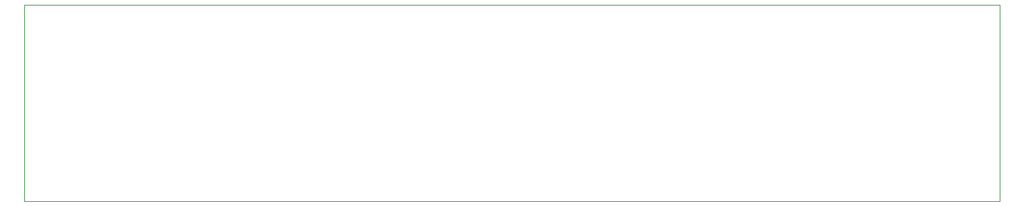
<source format=gbr>
%TF.GenerationSoftware,KiCad,Pcbnew,9.0.0-9.0.0-2~ubuntu24.04.1*%
%TF.CreationDate,2025-04-09T05:43:52-04:00*%
%TF.ProjectId,Touch,546f7563-682e-46b6-9963-61645f706362,rev?*%
%TF.SameCoordinates,Original*%
%TF.FileFunction,Profile,NP*%
%FSLAX46Y46*%
G04 Gerber Fmt 4.6, Leading zero omitted, Abs format (unit mm)*
G04 Created by KiCad (PCBNEW 9.0.0-9.0.0-2~ubuntu24.04.1) date 2025-04-09 05:43:52*
%MOMM*%
%LPD*%
G01*
G04 APERTURE LIST*
%TA.AperFunction,Profile*%
%ADD10C,0.050000*%
%TD*%
G04 APERTURE END LIST*
D10*
X94000000Y-131000000D02*
X213000000Y-131000000D01*
X94000000Y-131000000D02*
X94000000Y-155000000D01*
X213000000Y-155000000D02*
X213000000Y-131000000D01*
X94000000Y-155000000D02*
X213000000Y-155000000D01*
M02*

</source>
